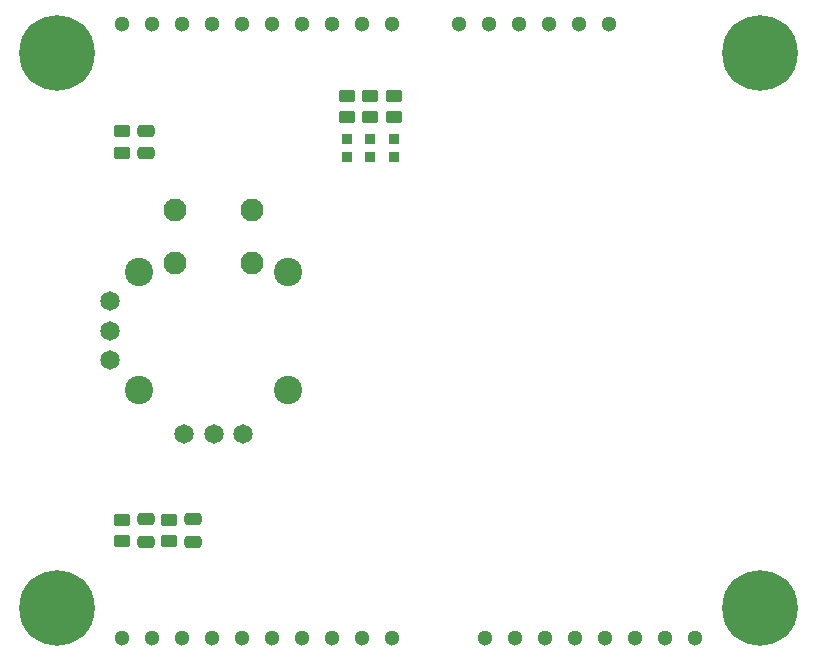
<source format=gbr>
%TF.GenerationSoftware,KiCad,Pcbnew,(6.0.10)*%
%TF.CreationDate,2023-06-21T21:11:52+02:00*%
%TF.ProjectId,FOX-PDA-v1 controller shield,464f582d-5044-4412-9d76-3120636f6e74,rev?*%
%TF.SameCoordinates,Original*%
%TF.FileFunction,Soldermask,Top*%
%TF.FilePolarity,Negative*%
%FSLAX46Y46*%
G04 Gerber Fmt 4.6, Leading zero omitted, Abs format (unit mm)*
G04 Created by KiCad (PCBNEW (6.0.10)) date 2023-06-21 21:11:52*
%MOMM*%
%LPD*%
G01*
G04 APERTURE LIST*
G04 Aperture macros list*
%AMRoundRect*
0 Rectangle with rounded corners*
0 $1 Rounding radius*
0 $2 $3 $4 $5 $6 $7 $8 $9 X,Y pos of 4 corners*
0 Add a 4 corners polygon primitive as box body*
4,1,4,$2,$3,$4,$5,$6,$7,$8,$9,$2,$3,0*
0 Add four circle primitives for the rounded corners*
1,1,$1+$1,$2,$3*
1,1,$1+$1,$4,$5*
1,1,$1+$1,$6,$7*
1,1,$1+$1,$8,$9*
0 Add four rect primitives between the rounded corners*
20,1,$1+$1,$2,$3,$4,$5,0*
20,1,$1+$1,$4,$5,$6,$7,0*
20,1,$1+$1,$6,$7,$8,$9,0*
20,1,$1+$1,$8,$9,$2,$3,0*%
G04 Aperture macros list end*
%ADD10RoundRect,0.250000X0.475000X-0.250000X0.475000X0.250000X-0.475000X0.250000X-0.475000X-0.250000X0*%
%ADD11R,0.950000X0.950000*%
%ADD12RoundRect,0.250000X-0.450000X0.262500X-0.450000X-0.262500X0.450000X-0.262500X0.450000X0.262500X0*%
%ADD13C,0.800000*%
%ADD14C,6.400000*%
%ADD15C,1.650000*%
%ADD16C,1.950000*%
%ADD17C,2.400000*%
%ADD18RoundRect,0.250000X-0.475000X0.250000X-0.475000X-0.250000X0.475000X-0.250000X0.475000X0.250000X0*%
%ADD19RoundRect,0.250000X0.450000X-0.262500X0.450000X0.262500X-0.450000X0.262500X-0.450000X-0.262500X0*%
%ADD20C,1.300000*%
G04 APERTURE END LIST*
D10*
%TO.C,C2*%
X129000000Y-113862500D03*
X129000000Y-111962500D03*
%TD*%
D11*
%TO.C,LED1*%
X146000000Y-81250000D03*
X146000000Y-79750000D03*
%TD*%
D12*
%TO.C,R5*%
X148000000Y-76087500D03*
X148000000Y-77912500D03*
%TD*%
D13*
%TO.C,H2*%
X178600000Y-72500000D03*
X183400000Y-72500000D03*
D14*
X181000000Y-72500000D03*
D13*
X181000000Y-70100000D03*
X179302944Y-70802944D03*
X182697056Y-74197056D03*
X182697056Y-70802944D03*
X181000000Y-74900000D03*
X179302944Y-74197056D03*
%TD*%
%TO.C,H1*%
X181000000Y-117100000D03*
X182697056Y-121197056D03*
X179302944Y-121197056D03*
X181000000Y-121900000D03*
X179302944Y-117802944D03*
D14*
X181000000Y-119500000D03*
D13*
X182697056Y-117802944D03*
X183400000Y-119500000D03*
X178600000Y-119500000D03*
%TD*%
D12*
%TO.C,R6*%
X150000000Y-76087500D03*
X150000000Y-77912500D03*
%TD*%
D14*
%TO.C,H4*%
X121500000Y-72500000D03*
D13*
X123900000Y-72500000D03*
X119802944Y-70802944D03*
X121500000Y-74900000D03*
X123197056Y-74197056D03*
X119802944Y-74197056D03*
X119100000Y-72500000D03*
X123197056Y-70802944D03*
X121500000Y-70100000D03*
%TD*%
D11*
%TO.C,LED3*%
X150000000Y-81250000D03*
X150000000Y-79750000D03*
%TD*%
D15*
%TO.C,S1*%
X132230000Y-104730000D03*
X134730000Y-104730000D03*
X137230000Y-104730000D03*
X126000000Y-93500000D03*
X126000000Y-96000000D03*
X126000000Y-98500000D03*
D16*
X137980000Y-90250000D03*
X131480000Y-90250000D03*
X137980000Y-85750000D03*
X131480000Y-85750000D03*
D17*
X128405000Y-101000000D03*
X141055000Y-101000000D03*
X141055000Y-91000000D03*
X128405000Y-91000000D03*
%TD*%
D12*
%TO.C,R2*%
X127000000Y-112000000D03*
X127000000Y-113825000D03*
%TD*%
D13*
%TO.C,H3*%
X123197056Y-121197056D03*
X123900000Y-119500000D03*
X119802944Y-121197056D03*
X119100000Y-119500000D03*
X121500000Y-121900000D03*
D14*
X121500000Y-119500000D03*
D13*
X123197056Y-117802944D03*
X121500000Y-117100000D03*
X119802944Y-117802944D03*
%TD*%
D10*
%TO.C,C3*%
X133000000Y-113862500D03*
X133000000Y-111962500D03*
%TD*%
D11*
%TO.C,LED2*%
X148000000Y-81250000D03*
X148000000Y-79750000D03*
%TD*%
D12*
%TO.C,R3*%
X131000000Y-112000000D03*
X131000000Y-113825000D03*
%TD*%
D18*
%TO.C,C1*%
X129000000Y-79050000D03*
X129000000Y-80950000D03*
%TD*%
D19*
%TO.C,R1*%
X127000000Y-80912500D03*
X127000000Y-79087500D03*
%TD*%
D12*
%TO.C,R4*%
X146000000Y-76087500D03*
X146000000Y-77912500D03*
%TD*%
D20*
%TO.C,J4*%
X155500000Y-70000000D03*
X158040000Y-70000000D03*
X160580000Y-70000000D03*
X163120000Y-70000000D03*
X165660000Y-70000000D03*
X168200000Y-70000000D03*
%TD*%
%TO.C,J3*%
X149860000Y-122000000D03*
X147320000Y-122000000D03*
X144780000Y-122000000D03*
X142240000Y-122000000D03*
X139700000Y-122000000D03*
X137160000Y-122000000D03*
X134620000Y-122000000D03*
X132080000Y-122000000D03*
X129540000Y-122000000D03*
X127000000Y-122000000D03*
%TD*%
%TO.C,J1*%
X175500000Y-122000000D03*
X172960000Y-122000000D03*
X170420000Y-122000000D03*
X167880000Y-122000000D03*
X165340000Y-122000000D03*
X162800000Y-122000000D03*
X160260000Y-122000000D03*
X157720000Y-122000000D03*
%TD*%
%TO.C,J2*%
X127000000Y-70000000D03*
X129540000Y-70000000D03*
X132080000Y-70000000D03*
X134620000Y-70000000D03*
X137160000Y-70000000D03*
X139700000Y-70000000D03*
X142240000Y-70000000D03*
X144780000Y-70000000D03*
X147320000Y-70000000D03*
X149860000Y-70000000D03*
%TD*%
M02*

</source>
